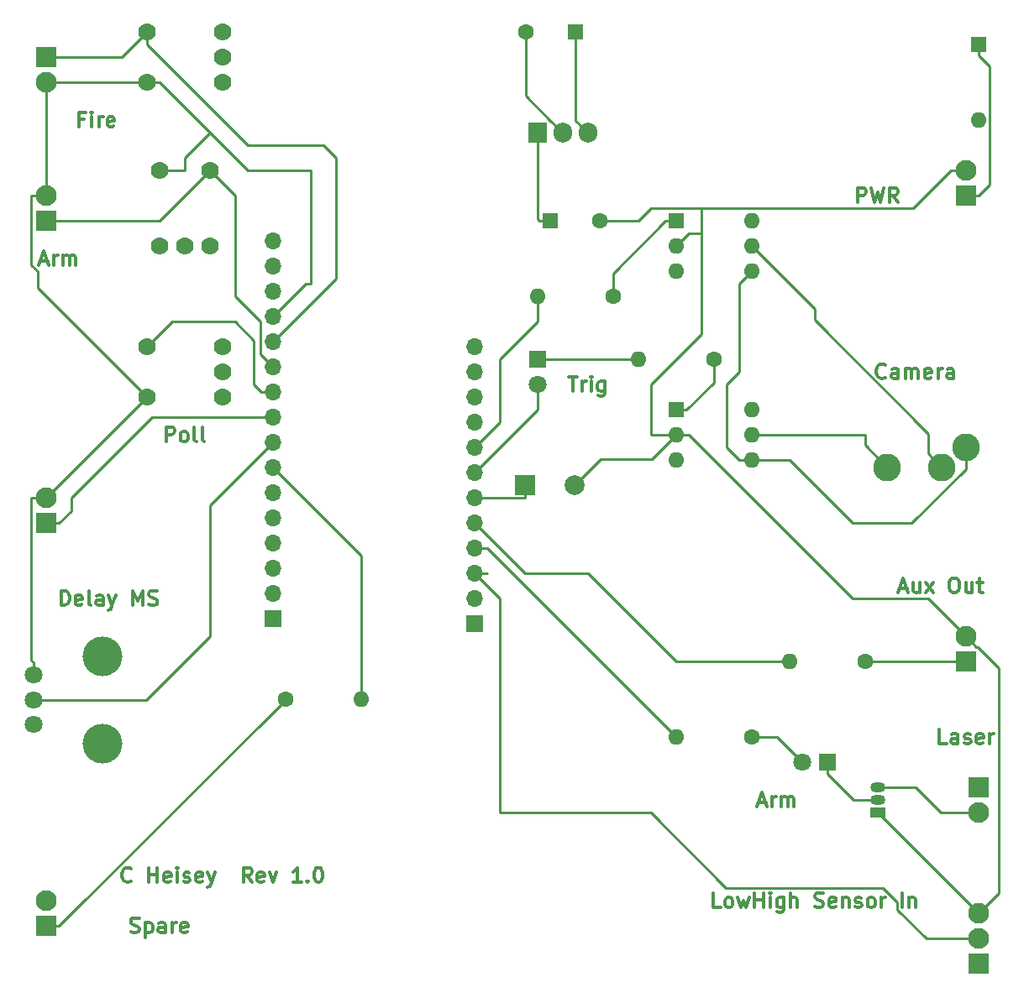
<source format=gbr>
G04 #@! TF.GenerationSoftware,KiCad,Pcbnew,(5.1.4)-1*
G04 #@! TF.CreationDate,2019-12-24T21:54:54-05:00*
G04 #@! TF.ProjectId,CameraTrigger,43616d65-7261-4547-9269-676765722e6b,rev?*
G04 #@! TF.SameCoordinates,Original*
G04 #@! TF.FileFunction,Copper,L1,Top*
G04 #@! TF.FilePolarity,Positive*
%FSLAX46Y46*%
G04 Gerber Fmt 4.6, Leading zero omitted, Abs format (unit mm)*
G04 Created by KiCad (PCBNEW (5.1.4)-1) date 2019-12-24 21:54:54*
%MOMM*%
%LPD*%
G04 APERTURE LIST*
%ADD10C,0.300000*%
%ADD11C,4.000000*%
%ADD12C,1.800000*%
%ADD13O,1.600000X1.600000*%
%ADD14R,1.600000X1.600000*%
%ADD15O,1.905000X2.000000*%
%ADD16R,1.905000X2.000000*%
%ADD17C,1.778000*%
%ADD18C,1.600000*%
%ADD19R,1.500000X1.050000*%
%ADD20O,1.500000X1.050000*%
%ADD21C,2.100000*%
%ADD22R,2.100000X2.100000*%
%ADD23O,1.700000X1.700000*%
%ADD24R,1.700000X1.700000*%
%ADD25C,2.800000*%
%ADD26R,1.800000X1.800000*%
%ADD27C,2.000000*%
%ADD28R,2.000000X2.000000*%
%ADD29C,0.250000*%
G04 APERTURE END LIST*
D10*
X40660000Y-95142857D02*
X40160000Y-95142857D01*
X40160000Y-95928571D02*
X40160000Y-94428571D01*
X40874285Y-94428571D01*
X41445714Y-95928571D02*
X41445714Y-94928571D01*
X41445714Y-94428571D02*
X41374285Y-94500000D01*
X41445714Y-94571428D01*
X41517142Y-94500000D01*
X41445714Y-94428571D01*
X41445714Y-94571428D01*
X42160000Y-95928571D02*
X42160000Y-94928571D01*
X42160000Y-95214285D02*
X42231428Y-95071428D01*
X42302857Y-95000000D01*
X42445714Y-94928571D01*
X42588571Y-94928571D01*
X43660000Y-95857142D02*
X43517142Y-95928571D01*
X43231428Y-95928571D01*
X43088571Y-95857142D01*
X43017142Y-95714285D01*
X43017142Y-95142857D01*
X43088571Y-95000000D01*
X43231428Y-94928571D01*
X43517142Y-94928571D01*
X43660000Y-95000000D01*
X43731428Y-95142857D01*
X43731428Y-95285714D01*
X43017142Y-95428571D01*
X36278571Y-109470000D02*
X36992857Y-109470000D01*
X36135714Y-109898571D02*
X36635714Y-108398571D01*
X37135714Y-109898571D01*
X37635714Y-109898571D02*
X37635714Y-108898571D01*
X37635714Y-109184285D02*
X37707142Y-109041428D01*
X37778571Y-108970000D01*
X37921428Y-108898571D01*
X38064285Y-108898571D01*
X38564285Y-109898571D02*
X38564285Y-108898571D01*
X38564285Y-109041428D02*
X38635714Y-108970000D01*
X38778571Y-108898571D01*
X38992857Y-108898571D01*
X39135714Y-108970000D01*
X39207142Y-109112857D01*
X39207142Y-109898571D01*
X39207142Y-109112857D02*
X39278571Y-108970000D01*
X39421428Y-108898571D01*
X39635714Y-108898571D01*
X39778571Y-108970000D01*
X39850000Y-109112857D01*
X39850000Y-109898571D01*
X48942857Y-127678571D02*
X48942857Y-126178571D01*
X49514285Y-126178571D01*
X49657142Y-126250000D01*
X49728571Y-126321428D01*
X49800000Y-126464285D01*
X49800000Y-126678571D01*
X49728571Y-126821428D01*
X49657142Y-126892857D01*
X49514285Y-126964285D01*
X48942857Y-126964285D01*
X50657142Y-127678571D02*
X50514285Y-127607142D01*
X50442857Y-127535714D01*
X50371428Y-127392857D01*
X50371428Y-126964285D01*
X50442857Y-126821428D01*
X50514285Y-126750000D01*
X50657142Y-126678571D01*
X50871428Y-126678571D01*
X51014285Y-126750000D01*
X51085714Y-126821428D01*
X51157142Y-126964285D01*
X51157142Y-127392857D01*
X51085714Y-127535714D01*
X51014285Y-127607142D01*
X50871428Y-127678571D01*
X50657142Y-127678571D01*
X52014285Y-127678571D02*
X51871428Y-127607142D01*
X51800000Y-127464285D01*
X51800000Y-126178571D01*
X52800000Y-127678571D02*
X52657142Y-127607142D01*
X52585714Y-127464285D01*
X52585714Y-126178571D01*
X38358571Y-144188571D02*
X38358571Y-142688571D01*
X38715714Y-142688571D01*
X38929999Y-142760000D01*
X39072857Y-142902857D01*
X39144285Y-143045714D01*
X39215714Y-143331428D01*
X39215714Y-143545714D01*
X39144285Y-143831428D01*
X39072857Y-143974285D01*
X38929999Y-144117142D01*
X38715714Y-144188571D01*
X38358571Y-144188571D01*
X40429999Y-144117142D02*
X40287142Y-144188571D01*
X40001428Y-144188571D01*
X39858571Y-144117142D01*
X39787142Y-143974285D01*
X39787142Y-143402857D01*
X39858571Y-143260000D01*
X40001428Y-143188571D01*
X40287142Y-143188571D01*
X40429999Y-143260000D01*
X40501428Y-143402857D01*
X40501428Y-143545714D01*
X39787142Y-143688571D01*
X41358571Y-144188571D02*
X41215714Y-144117142D01*
X41144285Y-143974285D01*
X41144285Y-142688571D01*
X42572857Y-144188571D02*
X42572857Y-143402857D01*
X42501428Y-143260000D01*
X42358571Y-143188571D01*
X42072857Y-143188571D01*
X41929999Y-143260000D01*
X42572857Y-144117142D02*
X42429999Y-144188571D01*
X42072857Y-144188571D01*
X41929999Y-144117142D01*
X41858571Y-143974285D01*
X41858571Y-143831428D01*
X41929999Y-143688571D01*
X42072857Y-143617142D01*
X42429999Y-143617142D01*
X42572857Y-143545714D01*
X43144285Y-143188571D02*
X43501428Y-144188571D01*
X43858571Y-143188571D02*
X43501428Y-144188571D01*
X43358571Y-144545714D01*
X43287142Y-144617142D01*
X43144285Y-144688571D01*
X45572857Y-144188571D02*
X45572857Y-142688571D01*
X46072857Y-143760000D01*
X46572857Y-142688571D01*
X46572857Y-144188571D01*
X47215714Y-144117142D02*
X47429999Y-144188571D01*
X47787142Y-144188571D01*
X47929999Y-144117142D01*
X48001428Y-144045714D01*
X48072857Y-143902857D01*
X48072857Y-143760000D01*
X48001428Y-143617142D01*
X47929999Y-143545714D01*
X47787142Y-143474285D01*
X47501428Y-143402857D01*
X47358571Y-143331428D01*
X47287142Y-143260000D01*
X47215714Y-143117142D01*
X47215714Y-142974285D01*
X47287142Y-142831428D01*
X47358571Y-142760000D01*
X47501428Y-142688571D01*
X47858571Y-142688571D01*
X48072857Y-142760000D01*
X45367142Y-177137142D02*
X45581428Y-177208571D01*
X45938571Y-177208571D01*
X46081428Y-177137142D01*
X46152857Y-177065714D01*
X46224285Y-176922857D01*
X46224285Y-176780000D01*
X46152857Y-176637142D01*
X46081428Y-176565714D01*
X45938571Y-176494285D01*
X45652857Y-176422857D01*
X45510000Y-176351428D01*
X45438571Y-176280000D01*
X45367142Y-176137142D01*
X45367142Y-175994285D01*
X45438571Y-175851428D01*
X45510000Y-175780000D01*
X45652857Y-175708571D01*
X46010000Y-175708571D01*
X46224285Y-175780000D01*
X46867142Y-176208571D02*
X46867142Y-177708571D01*
X46867142Y-176280000D02*
X47010000Y-176208571D01*
X47295714Y-176208571D01*
X47438571Y-176280000D01*
X47510000Y-176351428D01*
X47581428Y-176494285D01*
X47581428Y-176922857D01*
X47510000Y-177065714D01*
X47438571Y-177137142D01*
X47295714Y-177208571D01*
X47010000Y-177208571D01*
X46867142Y-177137142D01*
X48867142Y-177208571D02*
X48867142Y-176422857D01*
X48795714Y-176280000D01*
X48652857Y-176208571D01*
X48367142Y-176208571D01*
X48224285Y-176280000D01*
X48867142Y-177137142D02*
X48724285Y-177208571D01*
X48367142Y-177208571D01*
X48224285Y-177137142D01*
X48152857Y-176994285D01*
X48152857Y-176851428D01*
X48224285Y-176708571D01*
X48367142Y-176637142D01*
X48724285Y-176637142D01*
X48867142Y-176565714D01*
X49581428Y-177208571D02*
X49581428Y-176208571D01*
X49581428Y-176494285D02*
X49652857Y-176351428D01*
X49724285Y-176280000D01*
X49867142Y-176208571D01*
X50010000Y-176208571D01*
X51081428Y-177137142D02*
X50938571Y-177208571D01*
X50652857Y-177208571D01*
X50510000Y-177137142D01*
X50438571Y-176994285D01*
X50438571Y-176422857D01*
X50510000Y-176280000D01*
X50652857Y-176208571D01*
X50938571Y-176208571D01*
X51081428Y-176280000D01*
X51152857Y-176422857D01*
X51152857Y-176565714D01*
X50438571Y-176708571D01*
X127611428Y-158158571D02*
X126897142Y-158158571D01*
X126897142Y-156658571D01*
X128754285Y-158158571D02*
X128754285Y-157372857D01*
X128682857Y-157230000D01*
X128540000Y-157158571D01*
X128254285Y-157158571D01*
X128111428Y-157230000D01*
X128754285Y-158087142D02*
X128611428Y-158158571D01*
X128254285Y-158158571D01*
X128111428Y-158087142D01*
X128040000Y-157944285D01*
X128040000Y-157801428D01*
X128111428Y-157658571D01*
X128254285Y-157587142D01*
X128611428Y-157587142D01*
X128754285Y-157515714D01*
X129397142Y-158087142D02*
X129540000Y-158158571D01*
X129825714Y-158158571D01*
X129968571Y-158087142D01*
X130040000Y-157944285D01*
X130040000Y-157872857D01*
X129968571Y-157730000D01*
X129825714Y-157658571D01*
X129611428Y-157658571D01*
X129468571Y-157587142D01*
X129397142Y-157444285D01*
X129397142Y-157372857D01*
X129468571Y-157230000D01*
X129611428Y-157158571D01*
X129825714Y-157158571D01*
X129968571Y-157230000D01*
X131254285Y-158087142D02*
X131111428Y-158158571D01*
X130825714Y-158158571D01*
X130682857Y-158087142D01*
X130611428Y-157944285D01*
X130611428Y-157372857D01*
X130682857Y-157230000D01*
X130825714Y-157158571D01*
X131111428Y-157158571D01*
X131254285Y-157230000D01*
X131325714Y-157372857D01*
X131325714Y-157515714D01*
X130611428Y-157658571D01*
X131968571Y-158158571D02*
X131968571Y-157158571D01*
X131968571Y-157444285D02*
X132040000Y-157301428D01*
X132111428Y-157230000D01*
X132254285Y-157158571D01*
X132397142Y-157158571D01*
X104835714Y-174668571D02*
X104121428Y-174668571D01*
X104121428Y-173168571D01*
X105550000Y-174668571D02*
X105407142Y-174597142D01*
X105335714Y-174525714D01*
X105264285Y-174382857D01*
X105264285Y-173954285D01*
X105335714Y-173811428D01*
X105407142Y-173740000D01*
X105550000Y-173668571D01*
X105764285Y-173668571D01*
X105907142Y-173740000D01*
X105978571Y-173811428D01*
X106050000Y-173954285D01*
X106050000Y-174382857D01*
X105978571Y-174525714D01*
X105907142Y-174597142D01*
X105764285Y-174668571D01*
X105550000Y-174668571D01*
X106550000Y-173668571D02*
X106835714Y-174668571D01*
X107121428Y-173954285D01*
X107407142Y-174668571D01*
X107692857Y-173668571D01*
X108264285Y-174668571D02*
X108264285Y-173168571D01*
X108264285Y-173882857D02*
X109121428Y-173882857D01*
X109121428Y-174668571D02*
X109121428Y-173168571D01*
X109835714Y-174668571D02*
X109835714Y-173668571D01*
X109835714Y-173168571D02*
X109764285Y-173240000D01*
X109835714Y-173311428D01*
X109907142Y-173240000D01*
X109835714Y-173168571D01*
X109835714Y-173311428D01*
X111192857Y-173668571D02*
X111192857Y-174882857D01*
X111121428Y-175025714D01*
X111050000Y-175097142D01*
X110907142Y-175168571D01*
X110692857Y-175168571D01*
X110550000Y-175097142D01*
X111192857Y-174597142D02*
X111050000Y-174668571D01*
X110764285Y-174668571D01*
X110621428Y-174597142D01*
X110550000Y-174525714D01*
X110478571Y-174382857D01*
X110478571Y-173954285D01*
X110550000Y-173811428D01*
X110621428Y-173740000D01*
X110764285Y-173668571D01*
X111050000Y-173668571D01*
X111192857Y-173740000D01*
X111907142Y-174668571D02*
X111907142Y-173168571D01*
X112550000Y-174668571D02*
X112550000Y-173882857D01*
X112478571Y-173740000D01*
X112335714Y-173668571D01*
X112121428Y-173668571D01*
X111978571Y-173740000D01*
X111907142Y-173811428D01*
X114335714Y-174597142D02*
X114550000Y-174668571D01*
X114907142Y-174668571D01*
X115050000Y-174597142D01*
X115121428Y-174525714D01*
X115192857Y-174382857D01*
X115192857Y-174240000D01*
X115121428Y-174097142D01*
X115050000Y-174025714D01*
X114907142Y-173954285D01*
X114621428Y-173882857D01*
X114478571Y-173811428D01*
X114407142Y-173740000D01*
X114335714Y-173597142D01*
X114335714Y-173454285D01*
X114407142Y-173311428D01*
X114478571Y-173240000D01*
X114621428Y-173168571D01*
X114978571Y-173168571D01*
X115192857Y-173240000D01*
X116407142Y-174597142D02*
X116264285Y-174668571D01*
X115978571Y-174668571D01*
X115835714Y-174597142D01*
X115764285Y-174454285D01*
X115764285Y-173882857D01*
X115835714Y-173740000D01*
X115978571Y-173668571D01*
X116264285Y-173668571D01*
X116407142Y-173740000D01*
X116478571Y-173882857D01*
X116478571Y-174025714D01*
X115764285Y-174168571D01*
X117121428Y-173668571D02*
X117121428Y-174668571D01*
X117121428Y-173811428D02*
X117192857Y-173740000D01*
X117335714Y-173668571D01*
X117550000Y-173668571D01*
X117692857Y-173740000D01*
X117764285Y-173882857D01*
X117764285Y-174668571D01*
X118407142Y-174597142D02*
X118550000Y-174668571D01*
X118835714Y-174668571D01*
X118978571Y-174597142D01*
X119050000Y-174454285D01*
X119050000Y-174382857D01*
X118978571Y-174240000D01*
X118835714Y-174168571D01*
X118621428Y-174168571D01*
X118478571Y-174097142D01*
X118407142Y-173954285D01*
X118407142Y-173882857D01*
X118478571Y-173740000D01*
X118621428Y-173668571D01*
X118835714Y-173668571D01*
X118978571Y-173740000D01*
X119907142Y-174668571D02*
X119764285Y-174597142D01*
X119692857Y-174525714D01*
X119621428Y-174382857D01*
X119621428Y-173954285D01*
X119692857Y-173811428D01*
X119764285Y-173740000D01*
X119907142Y-173668571D01*
X120121428Y-173668571D01*
X120264285Y-173740000D01*
X120335714Y-173811428D01*
X120407142Y-173954285D01*
X120407142Y-174382857D01*
X120335714Y-174525714D01*
X120264285Y-174597142D01*
X120121428Y-174668571D01*
X119907142Y-174668571D01*
X121050000Y-174668571D02*
X121050000Y-173668571D01*
X121050000Y-173954285D02*
X121121428Y-173811428D01*
X121192857Y-173740000D01*
X121335714Y-173668571D01*
X121478571Y-173668571D01*
X123121428Y-174668571D02*
X123121428Y-173168571D01*
X123835714Y-173668571D02*
X123835714Y-174668571D01*
X123835714Y-173811428D02*
X123907142Y-173740000D01*
X124050000Y-173668571D01*
X124264285Y-173668571D01*
X124407142Y-173740000D01*
X124478571Y-173882857D01*
X124478571Y-174668571D01*
X122892857Y-142490000D02*
X123607142Y-142490000D01*
X122750000Y-142918571D02*
X123250000Y-141418571D01*
X123750000Y-142918571D01*
X124892857Y-141918571D02*
X124892857Y-142918571D01*
X124250000Y-141918571D02*
X124250000Y-142704285D01*
X124321428Y-142847142D01*
X124464285Y-142918571D01*
X124678571Y-142918571D01*
X124821428Y-142847142D01*
X124892857Y-142775714D01*
X125464285Y-142918571D02*
X126250000Y-141918571D01*
X125464285Y-141918571D02*
X126250000Y-142918571D01*
X128250000Y-141418571D02*
X128535714Y-141418571D01*
X128678571Y-141490000D01*
X128821428Y-141632857D01*
X128892857Y-141918571D01*
X128892857Y-142418571D01*
X128821428Y-142704285D01*
X128678571Y-142847142D01*
X128535714Y-142918571D01*
X128250000Y-142918571D01*
X128107142Y-142847142D01*
X127964285Y-142704285D01*
X127892857Y-142418571D01*
X127892857Y-141918571D01*
X127964285Y-141632857D01*
X128107142Y-141490000D01*
X128250000Y-141418571D01*
X130178571Y-141918571D02*
X130178571Y-142918571D01*
X129535714Y-141918571D02*
X129535714Y-142704285D01*
X129607142Y-142847142D01*
X129750000Y-142918571D01*
X129964285Y-142918571D01*
X130107142Y-142847142D01*
X130178571Y-142775714D01*
X130678571Y-141918571D02*
X131250000Y-141918571D01*
X130892857Y-141418571D02*
X130892857Y-142704285D01*
X130964285Y-142847142D01*
X131107142Y-142918571D01*
X131250000Y-142918571D01*
X121460000Y-121185714D02*
X121388571Y-121257142D01*
X121174285Y-121328571D01*
X121031428Y-121328571D01*
X120817142Y-121257142D01*
X120674285Y-121114285D01*
X120602857Y-120971428D01*
X120531428Y-120685714D01*
X120531428Y-120471428D01*
X120602857Y-120185714D01*
X120674285Y-120042857D01*
X120817142Y-119900000D01*
X121031428Y-119828571D01*
X121174285Y-119828571D01*
X121388571Y-119900000D01*
X121460000Y-119971428D01*
X122745714Y-121328571D02*
X122745714Y-120542857D01*
X122674285Y-120400000D01*
X122531428Y-120328571D01*
X122245714Y-120328571D01*
X122102857Y-120400000D01*
X122745714Y-121257142D02*
X122602857Y-121328571D01*
X122245714Y-121328571D01*
X122102857Y-121257142D01*
X122031428Y-121114285D01*
X122031428Y-120971428D01*
X122102857Y-120828571D01*
X122245714Y-120757142D01*
X122602857Y-120757142D01*
X122745714Y-120685714D01*
X123460000Y-121328571D02*
X123460000Y-120328571D01*
X123460000Y-120471428D02*
X123531428Y-120400000D01*
X123674285Y-120328571D01*
X123888571Y-120328571D01*
X124031428Y-120400000D01*
X124102857Y-120542857D01*
X124102857Y-121328571D01*
X124102857Y-120542857D02*
X124174285Y-120400000D01*
X124317142Y-120328571D01*
X124531428Y-120328571D01*
X124674285Y-120400000D01*
X124745714Y-120542857D01*
X124745714Y-121328571D01*
X126031428Y-121257142D02*
X125888571Y-121328571D01*
X125602857Y-121328571D01*
X125460000Y-121257142D01*
X125388571Y-121114285D01*
X125388571Y-120542857D01*
X125460000Y-120400000D01*
X125602857Y-120328571D01*
X125888571Y-120328571D01*
X126031428Y-120400000D01*
X126102857Y-120542857D01*
X126102857Y-120685714D01*
X125388571Y-120828571D01*
X126745714Y-121328571D02*
X126745714Y-120328571D01*
X126745714Y-120614285D02*
X126817142Y-120471428D01*
X126888571Y-120400000D01*
X127031428Y-120328571D01*
X127174285Y-120328571D01*
X128317142Y-121328571D02*
X128317142Y-120542857D01*
X128245714Y-120400000D01*
X128102857Y-120328571D01*
X127817142Y-120328571D01*
X127674285Y-120400000D01*
X128317142Y-121257142D02*
X128174285Y-121328571D01*
X127817142Y-121328571D01*
X127674285Y-121257142D01*
X127602857Y-121114285D01*
X127602857Y-120971428D01*
X127674285Y-120828571D01*
X127817142Y-120757142D01*
X128174285Y-120757142D01*
X128317142Y-120685714D01*
X118650000Y-103548571D02*
X118650000Y-102048571D01*
X119221428Y-102048571D01*
X119364285Y-102120000D01*
X119435714Y-102191428D01*
X119507142Y-102334285D01*
X119507142Y-102548571D01*
X119435714Y-102691428D01*
X119364285Y-102762857D01*
X119221428Y-102834285D01*
X118650000Y-102834285D01*
X120007142Y-102048571D02*
X120364285Y-103548571D01*
X120650000Y-102477142D01*
X120935714Y-103548571D01*
X121292857Y-102048571D01*
X122721428Y-103548571D02*
X122221428Y-102834285D01*
X121864285Y-103548571D02*
X121864285Y-102048571D01*
X122435714Y-102048571D01*
X122578571Y-102120000D01*
X122650000Y-102191428D01*
X122721428Y-102334285D01*
X122721428Y-102548571D01*
X122650000Y-102691428D01*
X122578571Y-102762857D01*
X122435714Y-102834285D01*
X121864285Y-102834285D01*
X89511428Y-121098571D02*
X90368571Y-121098571D01*
X89940000Y-122598571D02*
X89940000Y-121098571D01*
X90868571Y-122598571D02*
X90868571Y-121598571D01*
X90868571Y-121884285D02*
X90940000Y-121741428D01*
X91011428Y-121670000D01*
X91154285Y-121598571D01*
X91297142Y-121598571D01*
X91797142Y-122598571D02*
X91797142Y-121598571D01*
X91797142Y-121098571D02*
X91725714Y-121170000D01*
X91797142Y-121241428D01*
X91868571Y-121170000D01*
X91797142Y-121098571D01*
X91797142Y-121241428D01*
X93154285Y-121598571D02*
X93154285Y-122812857D01*
X93082857Y-122955714D01*
X93011428Y-123027142D01*
X92868571Y-123098571D01*
X92654285Y-123098571D01*
X92511428Y-123027142D01*
X93154285Y-122527142D02*
X93011428Y-122598571D01*
X92725714Y-122598571D01*
X92582857Y-122527142D01*
X92511428Y-122455714D01*
X92440000Y-122312857D01*
X92440000Y-121884285D01*
X92511428Y-121741428D01*
X92582857Y-121670000D01*
X92725714Y-121598571D01*
X93011428Y-121598571D01*
X93154285Y-121670000D01*
X108668571Y-164080000D02*
X109382857Y-164080000D01*
X108525714Y-164508571D02*
X109025714Y-163008571D01*
X109525714Y-164508571D01*
X110025714Y-164508571D02*
X110025714Y-163508571D01*
X110025714Y-163794285D02*
X110097142Y-163651428D01*
X110168571Y-163580000D01*
X110311428Y-163508571D01*
X110454285Y-163508571D01*
X110954285Y-164508571D02*
X110954285Y-163508571D01*
X110954285Y-163651428D02*
X111025714Y-163580000D01*
X111168571Y-163508571D01*
X111382857Y-163508571D01*
X111525714Y-163580000D01*
X111597142Y-163722857D01*
X111597142Y-164508571D01*
X111597142Y-163722857D02*
X111668571Y-163580000D01*
X111811428Y-163508571D01*
X112025714Y-163508571D01*
X112168571Y-163580000D01*
X112240000Y-163722857D01*
X112240000Y-164508571D01*
X45431428Y-171985714D02*
X45360000Y-172057142D01*
X45145714Y-172128571D01*
X45002857Y-172128571D01*
X44788571Y-172057142D01*
X44645714Y-171914285D01*
X44574285Y-171771428D01*
X44502857Y-171485714D01*
X44502857Y-171271428D01*
X44574285Y-170985714D01*
X44645714Y-170842857D01*
X44788571Y-170700000D01*
X45002857Y-170628571D01*
X45145714Y-170628571D01*
X45360000Y-170700000D01*
X45431428Y-170771428D01*
X47217142Y-172128571D02*
X47217142Y-170628571D01*
X47217142Y-171342857D02*
X48074285Y-171342857D01*
X48074285Y-172128571D02*
X48074285Y-170628571D01*
X49360000Y-172057142D02*
X49217142Y-172128571D01*
X48931428Y-172128571D01*
X48788571Y-172057142D01*
X48717142Y-171914285D01*
X48717142Y-171342857D01*
X48788571Y-171200000D01*
X48931428Y-171128571D01*
X49217142Y-171128571D01*
X49360000Y-171200000D01*
X49431428Y-171342857D01*
X49431428Y-171485714D01*
X48717142Y-171628571D01*
X50074285Y-172128571D02*
X50074285Y-171128571D01*
X50074285Y-170628571D02*
X50002857Y-170700000D01*
X50074285Y-170771428D01*
X50145714Y-170700000D01*
X50074285Y-170628571D01*
X50074285Y-170771428D01*
X50717142Y-172057142D02*
X50860000Y-172128571D01*
X51145714Y-172128571D01*
X51288571Y-172057142D01*
X51360000Y-171914285D01*
X51360000Y-171842857D01*
X51288571Y-171700000D01*
X51145714Y-171628571D01*
X50931428Y-171628571D01*
X50788571Y-171557142D01*
X50717142Y-171414285D01*
X50717142Y-171342857D01*
X50788571Y-171200000D01*
X50931428Y-171128571D01*
X51145714Y-171128571D01*
X51288571Y-171200000D01*
X52574285Y-172057142D02*
X52431428Y-172128571D01*
X52145714Y-172128571D01*
X52002857Y-172057142D01*
X51931428Y-171914285D01*
X51931428Y-171342857D01*
X52002857Y-171200000D01*
X52145714Y-171128571D01*
X52431428Y-171128571D01*
X52574285Y-171200000D01*
X52645714Y-171342857D01*
X52645714Y-171485714D01*
X51931428Y-171628571D01*
X53145714Y-171128571D02*
X53502857Y-172128571D01*
X53860000Y-171128571D02*
X53502857Y-172128571D01*
X53360000Y-172485714D01*
X53288571Y-172557142D01*
X53145714Y-172628571D01*
X57574285Y-172128571D02*
X57074285Y-171414285D01*
X56717142Y-172128571D02*
X56717142Y-170628571D01*
X57288571Y-170628571D01*
X57431428Y-170700000D01*
X57502857Y-170771428D01*
X57574285Y-170914285D01*
X57574285Y-171128571D01*
X57502857Y-171271428D01*
X57431428Y-171342857D01*
X57288571Y-171414285D01*
X56717142Y-171414285D01*
X58788571Y-172057142D02*
X58645714Y-172128571D01*
X58360000Y-172128571D01*
X58217142Y-172057142D01*
X58145714Y-171914285D01*
X58145714Y-171342857D01*
X58217142Y-171200000D01*
X58360000Y-171128571D01*
X58645714Y-171128571D01*
X58788571Y-171200000D01*
X58860000Y-171342857D01*
X58860000Y-171485714D01*
X58145714Y-171628571D01*
X59360000Y-171128571D02*
X59717142Y-172128571D01*
X60074285Y-171128571D01*
X62574285Y-172128571D02*
X61717142Y-172128571D01*
X62145714Y-172128571D02*
X62145714Y-170628571D01*
X62002857Y-170842857D01*
X61860000Y-170985714D01*
X61717142Y-171057142D01*
X63217142Y-171985714D02*
X63288571Y-172057142D01*
X63217142Y-172128571D01*
X63145714Y-172057142D01*
X63217142Y-171985714D01*
X63217142Y-172128571D01*
X64217142Y-170628571D02*
X64360000Y-170628571D01*
X64502857Y-170700000D01*
X64574285Y-170771428D01*
X64645714Y-170914285D01*
X64717142Y-171200000D01*
X64717142Y-171557142D01*
X64645714Y-171842857D01*
X64574285Y-171985714D01*
X64502857Y-172057142D01*
X64360000Y-172128571D01*
X64217142Y-172128571D01*
X64074285Y-172057142D01*
X64002857Y-171985714D01*
X63931428Y-171842857D01*
X63860000Y-171557142D01*
X63860000Y-171200000D01*
X63931428Y-170914285D01*
X64002857Y-170771428D01*
X64074285Y-170700000D01*
X64217142Y-170628571D01*
D11*
X42560000Y-158110000D03*
X42560000Y-149310000D03*
D12*
X35560000Y-156210000D03*
X35560000Y-153710000D03*
X35560000Y-151210000D03*
D13*
X107950000Y-105410000D03*
X100330000Y-110490000D03*
X107950000Y-107950000D03*
X100330000Y-107950000D03*
X107950000Y-110490000D03*
D14*
X100330000Y-105410000D03*
D13*
X107950000Y-124460000D03*
X100330000Y-129540000D03*
X107950000Y-127000000D03*
X100330000Y-127000000D03*
X107950000Y-129540000D03*
D14*
X100330000Y-124460000D03*
D15*
X91440000Y-96520000D03*
X88900000Y-96520000D03*
D16*
X86360000Y-96520000D03*
D17*
X48260000Y-107950000D03*
X50800000Y-107950000D03*
X53340000Y-107950000D03*
X53340000Y-100330000D03*
X48260000Y-100330000D03*
X54610000Y-123190000D03*
X54610000Y-120650000D03*
X54610000Y-118110000D03*
X46990000Y-118110000D03*
X46990000Y-123190000D03*
X54610000Y-91440000D03*
X54610000Y-88900000D03*
X54610000Y-86360000D03*
X46990000Y-86360000D03*
X46990000Y-91440000D03*
D13*
X130810000Y-95250000D03*
D14*
X130810000Y-87630000D03*
D13*
X86360000Y-113030000D03*
D18*
X93980000Y-113030000D03*
D13*
X68580000Y-153670000D03*
D18*
X60960000Y-153670000D03*
D13*
X111760000Y-149860000D03*
D18*
X119380000Y-149860000D03*
D13*
X96520000Y-119380000D03*
D18*
X104140000Y-119380000D03*
D13*
X100330000Y-157480000D03*
D18*
X107950000Y-157480000D03*
D19*
X120650000Y-165100000D03*
D20*
X120650000Y-162560000D03*
X120650000Y-163830000D03*
D21*
X36830000Y-173990000D03*
D22*
X36830000Y-176530000D03*
D23*
X80010000Y-118110000D03*
X80010000Y-120650000D03*
X80010000Y-123190000D03*
X80010000Y-125730000D03*
X80010000Y-128270000D03*
X80010000Y-130810000D03*
X80010000Y-133350000D03*
X80010000Y-135890000D03*
X80010000Y-138430000D03*
X80010000Y-140970000D03*
X80010000Y-143510000D03*
D24*
X80010000Y-146050000D03*
D23*
X59721569Y-107420000D03*
X59721569Y-109960000D03*
X59721569Y-112500000D03*
X59721569Y-115040000D03*
X59721569Y-117580000D03*
X59721569Y-120120000D03*
X59721569Y-122660000D03*
X59721569Y-125200000D03*
X59721569Y-127740000D03*
X59721569Y-130280000D03*
X59721569Y-132820000D03*
X59721569Y-135360000D03*
X59721569Y-137900000D03*
X59721569Y-140440000D03*
X59721569Y-142980000D03*
D24*
X59721569Y-145520000D03*
D21*
X36830000Y-102870000D03*
D22*
X36830000Y-105410000D03*
D21*
X36830000Y-91440000D03*
D22*
X36830000Y-88900000D03*
D21*
X130810000Y-175260000D03*
X130810000Y-177800000D03*
D22*
X130810000Y-180340000D03*
D21*
X130810000Y-165100000D03*
D22*
X130810000Y-162560000D03*
D21*
X36830000Y-133350000D03*
D22*
X36830000Y-135890000D03*
D21*
X129540000Y-147320000D03*
D22*
X129540000Y-149860000D03*
D25*
X121640000Y-130270000D03*
X127140000Y-130270000D03*
X129540000Y-128270000D03*
D21*
X129540000Y-100330000D03*
D22*
X129540000Y-102870000D03*
D12*
X86360000Y-121920000D03*
D26*
X86360000Y-119380000D03*
D12*
X113030000Y-160020000D03*
D26*
X115570000Y-160020000D03*
D18*
X85170000Y-86360000D03*
D14*
X90170000Y-86360000D03*
D18*
X92630000Y-105410000D03*
D14*
X87630000Y-105410000D03*
D27*
X90090000Y-132080000D03*
D28*
X85090000Y-132080000D03*
D29*
X90090000Y-132080000D02*
X92710000Y-129460000D01*
X97870000Y-129460000D02*
X100330000Y-127000000D01*
X92710000Y-129460000D02*
X97870000Y-129460000D01*
X120650000Y-165100000D02*
X130810000Y-175260000D01*
X63001569Y-111760000D02*
X59721569Y-115040000D01*
X48260000Y-100330000D02*
X50800000Y-100330000D01*
X63500000Y-111760000D02*
X63001569Y-111760000D01*
X50800000Y-99060000D02*
X53340000Y-96520000D01*
X53340000Y-96520000D02*
X57150000Y-100330000D01*
X57150000Y-100330000D02*
X63500000Y-100330000D01*
X50800000Y-100330000D02*
X50800000Y-99060000D01*
X63500000Y-100330000D02*
X63500000Y-111760000D01*
X36830000Y-102870000D02*
X36830000Y-91440000D01*
X48260000Y-91440000D02*
X53340000Y-96520000D01*
X46990000Y-91440000D02*
X48260000Y-91440000D01*
X36830000Y-91440000D02*
X46990000Y-91440000D01*
X92630000Y-105410000D02*
X96520000Y-105410000D01*
X96520000Y-105410000D02*
X97790000Y-104140000D01*
X97790000Y-104140000D02*
X102870000Y-104140000D01*
X102870000Y-104140000D02*
X102870000Y-106680000D01*
X101600000Y-106680000D02*
X100330000Y-107950000D01*
X102870000Y-106680000D02*
X101600000Y-106680000D01*
X100330000Y-127000000D02*
X97790000Y-127000000D01*
X97790000Y-127000000D02*
X97790000Y-121920000D01*
X97790000Y-121920000D02*
X101600000Y-118110000D01*
X101600000Y-118110000D02*
X102870000Y-116840000D01*
X102870000Y-116840000D02*
X102870000Y-106680000D01*
X124245076Y-104140000D02*
X102870000Y-104140000D01*
X128055076Y-100330000D02*
X124245076Y-104140000D01*
X129540000Y-100330000D02*
X128055076Y-100330000D01*
X46990000Y-123190000D02*
X36830000Y-133350000D01*
X36830000Y-133350000D02*
X35345076Y-133350000D01*
X35560000Y-149937208D02*
X35560000Y-151210000D01*
X35345076Y-149722284D02*
X35560000Y-149937208D01*
X35345076Y-133350000D02*
X35345076Y-149722284D01*
X36830000Y-102870000D02*
X35345076Y-102870000D01*
X35345076Y-109833217D02*
X36001859Y-110490000D01*
X35345076Y-102870000D02*
X35345076Y-109833217D01*
X36001859Y-112201859D02*
X46990000Y-123190000D01*
X36001859Y-110490000D02*
X36001859Y-112201859D01*
X88900000Y-96472500D02*
X88900000Y-96520000D01*
X87697500Y-95270000D02*
X88900000Y-96472500D01*
X87650000Y-95270000D02*
X87697500Y-95270000D01*
X85170000Y-92790000D02*
X87650000Y-95270000D01*
X85170000Y-86360000D02*
X85170000Y-92790000D01*
X125730000Y-143510000D02*
X129540000Y-147320000D01*
X118110000Y-143510000D02*
X125730000Y-143510000D01*
X100330000Y-127000000D02*
X101600000Y-127000000D01*
X101600000Y-127000000D02*
X118110000Y-143510000D01*
X131859999Y-174210001D02*
X130810000Y-175260000D01*
X132872152Y-173197848D02*
X131859999Y-174210001D01*
X132872152Y-150507150D02*
X132872152Y-173197848D01*
X130735001Y-148369999D02*
X132872152Y-150507150D01*
X130589999Y-148369999D02*
X130735001Y-148369999D01*
X129540000Y-147320000D02*
X130589999Y-148369999D01*
X35560000Y-151210000D02*
X35480000Y-151210000D01*
X85090000Y-133330000D02*
X85090000Y-132080000D01*
X85070000Y-133350000D02*
X85090000Y-133330000D01*
X80010000Y-133350000D02*
X85070000Y-133350000D01*
X86580000Y-105410000D02*
X87630000Y-105410000D01*
X86360000Y-105190000D02*
X86580000Y-105410000D01*
X86360000Y-96520000D02*
X86360000Y-105190000D01*
X110490000Y-157480000D02*
X113030000Y-160020000D01*
X107950000Y-157480000D02*
X110490000Y-157480000D01*
X119650000Y-163830000D02*
X120650000Y-163830000D01*
X118230000Y-163830000D02*
X119650000Y-163830000D01*
X115570000Y-161170000D02*
X118230000Y-163830000D01*
X115570000Y-160020000D02*
X115570000Y-161170000D01*
X86360000Y-124460000D02*
X86360000Y-121920000D01*
X80010000Y-130810000D02*
X86360000Y-124460000D01*
X86360000Y-119380000D02*
X96520000Y-119380000D01*
X130810000Y-88680000D02*
X130810000Y-87630000D01*
X131935001Y-89805001D02*
X130810000Y-88680000D01*
X131935001Y-101774999D02*
X131935001Y-89805001D01*
X130840000Y-102870000D02*
X131935001Y-101774999D01*
X129540000Y-102870000D02*
X130840000Y-102870000D01*
X107950000Y-127000000D02*
X119380000Y-127000000D01*
X119380000Y-128010000D02*
X121640000Y-130270000D01*
X119380000Y-127000000D02*
X119380000Y-128010000D01*
X114300000Y-114300000D02*
X107950000Y-107950000D01*
X114300000Y-115411764D02*
X114300000Y-114300000D01*
X125740001Y-126851765D02*
X114300000Y-115411764D01*
X127140000Y-130270000D02*
X125740001Y-128870001D01*
X125740001Y-128870001D02*
X125740001Y-126851765D01*
X129540000Y-130423002D02*
X129540000Y-128270000D01*
X124073002Y-135890000D02*
X129540000Y-130423002D01*
X118110000Y-135890000D02*
X124073002Y-135890000D01*
X107950000Y-129540000D02*
X111760000Y-129540000D01*
X111760000Y-129540000D02*
X118110000Y-135890000D01*
X107950000Y-129540000D02*
X106680000Y-129540000D01*
X106680000Y-129540000D02*
X105410000Y-128270000D01*
X105410000Y-128270000D02*
X105410000Y-121920000D01*
X105410000Y-121920000D02*
X106680000Y-120650000D01*
X106680000Y-111760000D02*
X107950000Y-110490000D01*
X106680000Y-120650000D02*
X106680000Y-111760000D01*
X119380000Y-149860000D02*
X129540000Y-149860000D01*
X38130000Y-135890000D02*
X39370000Y-134650000D01*
X36830000Y-135890000D02*
X38130000Y-135890000D01*
X39370000Y-134650000D02*
X39370000Y-133350000D01*
X47520000Y-125200000D02*
X59721569Y-125200000D01*
X39370000Y-133350000D02*
X47520000Y-125200000D01*
X120650000Y-162560000D02*
X124460000Y-162560000D01*
X127000000Y-165100000D02*
X130810000Y-165100000D01*
X124460000Y-162560000D02*
X127000000Y-165100000D01*
X80010000Y-140970000D02*
X81280000Y-140970000D01*
X80010000Y-140970000D02*
X82550000Y-143510000D01*
X82550000Y-143510000D02*
X82550000Y-165100000D01*
X82550000Y-165100000D02*
X97790000Y-165100000D01*
X129325076Y-177800000D02*
X130810000Y-177800000D01*
X125581092Y-177800000D02*
X129325076Y-177800000D01*
X122646418Y-174865326D02*
X125581092Y-177800000D01*
X122646418Y-174164653D02*
X122646418Y-174865326D01*
X121175326Y-172693561D02*
X122646418Y-174164653D01*
X105383561Y-172693561D02*
X121175326Y-172693561D01*
X97790000Y-165100000D02*
X105383561Y-172693561D01*
X44450000Y-88900000D02*
X46990000Y-86360000D01*
X36830000Y-88900000D02*
X44450000Y-88900000D01*
X46990000Y-86360000D02*
X46990000Y-87630000D01*
X46990000Y-87630000D02*
X57150000Y-97790000D01*
X57150000Y-97790000D02*
X64770000Y-97790000D01*
X64770000Y-97790000D02*
X66040000Y-99060000D01*
X66040000Y-111261569D02*
X59721569Y-117580000D01*
X66040000Y-99060000D02*
X66040000Y-111261569D01*
X36830000Y-105410000D02*
X48260000Y-105410000D01*
X48260000Y-105410000D02*
X53340000Y-100330000D01*
X59721569Y-120120000D02*
X58420000Y-118818431D01*
X58420000Y-118818431D02*
X58420000Y-115570000D01*
X58420000Y-115570000D02*
X55880000Y-113030000D01*
X55880000Y-102870000D02*
X53340000Y-100330000D01*
X55880000Y-113030000D02*
X55880000Y-102870000D01*
X58519488Y-122660000D02*
X57779488Y-121920000D01*
X59721569Y-122660000D02*
X58519488Y-122660000D01*
X57779488Y-121920000D02*
X57779488Y-117469488D01*
X57779488Y-117469488D02*
X55880000Y-115570000D01*
X49530000Y-115570000D02*
X46990000Y-118110000D01*
X55880000Y-115570000D02*
X49530000Y-115570000D01*
X35560000Y-153710000D02*
X46950000Y-153710000D01*
X46950000Y-153710000D02*
X53340000Y-147320000D01*
X53340000Y-134121569D02*
X59721569Y-127740000D01*
X53340000Y-147320000D02*
X53340000Y-134121569D01*
X59721569Y-130280000D02*
X68580000Y-139138431D01*
X68580000Y-139138431D02*
X68580000Y-153670000D01*
X91440000Y-96472500D02*
X91440000Y-96520000D01*
X90237500Y-95270000D02*
X91440000Y-96472500D01*
X90190000Y-95270000D02*
X90237500Y-95270000D01*
X90170000Y-95250000D02*
X90190000Y-95270000D01*
X90170000Y-86360000D02*
X90170000Y-95250000D01*
X80010000Y-128270000D02*
X82550000Y-125730000D01*
X82550000Y-125730000D02*
X82550000Y-119380000D01*
X86360000Y-115570000D02*
X86360000Y-113030000D01*
X82550000Y-119380000D02*
X86360000Y-115570000D01*
X111760000Y-149860000D02*
X100330000Y-149860000D01*
X100330000Y-149860000D02*
X91440000Y-140970000D01*
X85090000Y-140970000D02*
X80010000Y-135890000D01*
X91440000Y-140970000D02*
X85090000Y-140970000D01*
X81280000Y-138430000D02*
X100330000Y-157480000D01*
X80010000Y-138430000D02*
X81280000Y-138430000D01*
X60960000Y-153700000D02*
X60960000Y-153670000D01*
X38130000Y-176530000D02*
X60960000Y-153700000D01*
X36830000Y-176530000D02*
X38130000Y-176530000D01*
X101380000Y-124460000D02*
X100330000Y-124460000D01*
X104140000Y-121700000D02*
X101380000Y-124460000D01*
X104140000Y-119380000D02*
X104140000Y-121700000D01*
X99280000Y-105410000D02*
X100330000Y-105410000D01*
X93980000Y-110710000D02*
X99280000Y-105410000D01*
X93980000Y-113030000D02*
X93980000Y-110710000D01*
M02*

</source>
